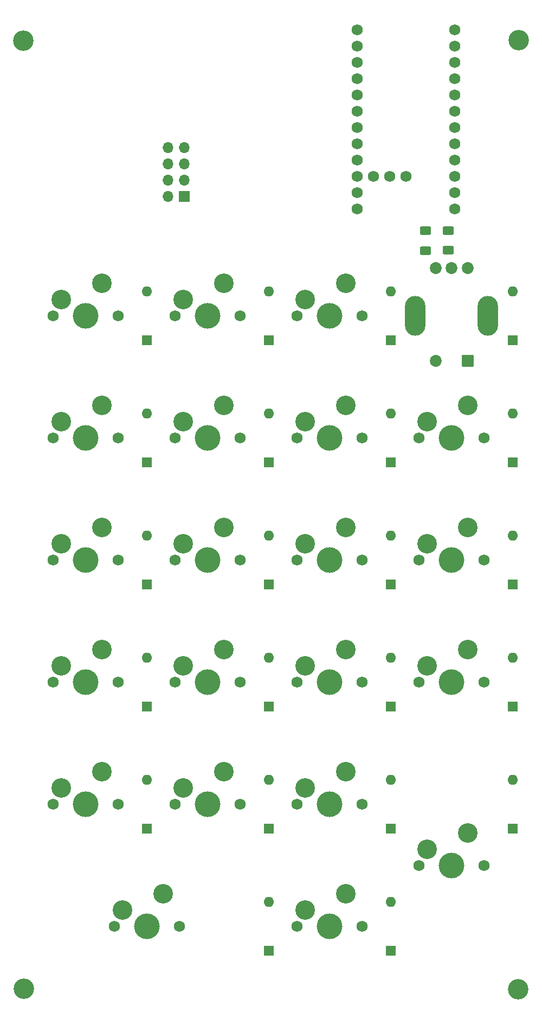
<source format=gbr>
%TF.GenerationSoftware,KiCad,Pcbnew,8.0.6*%
%TF.CreationDate,2024-12-22T21:39:13-05:00*%
%TF.ProjectId,Keypad 2.0,4b657970-6164-4203-922e-302e6b696361,rev?*%
%TF.SameCoordinates,Original*%
%TF.FileFunction,Soldermask,Top*%
%TF.FilePolarity,Negative*%
%FSLAX46Y46*%
G04 Gerber Fmt 4.6, Leading zero omitted, Abs format (unit mm)*
G04 Created by KiCad (PCBNEW 8.0.6) date 2024-12-22 21:39:13*
%MOMM*%
%LPD*%
G01*
G04 APERTURE LIST*
G04 Aperture macros list*
%AMRoundRect*
0 Rectangle with rounded corners*
0 $1 Rounding radius*
0 $2 $3 $4 $5 $6 $7 $8 $9 X,Y pos of 4 corners*
0 Add a 4 corners polygon primitive as box body*
4,1,4,$2,$3,$4,$5,$6,$7,$8,$9,$2,$3,0*
0 Add four circle primitives for the rounded corners*
1,1,$1+$1,$2,$3*
1,1,$1+$1,$4,$5*
1,1,$1+$1,$6,$7*
1,1,$1+$1,$8,$9*
0 Add four rect primitives between the rounded corners*
20,1,$1+$1,$2,$3,$4,$5,0*
20,1,$1+$1,$4,$5,$6,$7,0*
20,1,$1+$1,$6,$7,$8,$9,0*
20,1,$1+$1,$8,$9,$2,$3,0*%
G04 Aperture macros list end*
%ADD10RoundRect,0.250000X0.625000X-0.400000X0.625000X0.400000X-0.625000X0.400000X-0.625000X-0.400000X0*%
%ADD11RoundRect,0.250000X-0.625000X0.400000X-0.625000X-0.400000X0.625000X-0.400000X0.625000X0.400000X0*%
%ADD12C,3.200000*%
%ADD13R,1.600000X1.600000*%
%ADD14O,1.600000X1.600000*%
%ADD15C,1.750000*%
%ADD16C,3.050000*%
%ADD17C,4.000000*%
%ADD18RoundRect,0.102000X0.825000X0.825000X-0.825000X0.825000X-0.825000X-0.825000X0.825000X-0.825000X0*%
%ADD19C,1.854000*%
%ADD20O,3.204000X6.204000*%
%ADD21R,1.700000X1.700000*%
%ADD22O,1.700000X1.700000*%
%ADD23C,1.752600*%
G04 APERTURE END LIST*
D10*
%TO.C,R2*%
X111428000Y-63556000D03*
X111428000Y-60456000D03*
%TD*%
D11*
%TO.C,R1*%
X107872000Y-60508000D03*
X107872000Y-63608000D03*
%TD*%
D12*
%TO.C,H4*%
X45000000Y-30900000D03*
%TD*%
%TO.C,H3*%
X45134000Y-178745000D03*
%TD*%
%TO.C,H2*%
X122350000Y-178872000D03*
%TD*%
%TO.C,H1*%
X122428000Y-30800000D03*
%TD*%
D13*
%TO.C,D6*%
X102393750Y-96678750D03*
D14*
X102393750Y-89058750D03*
%TD*%
D15*
%TO.C,S15*%
X106838750Y-130968750D03*
D16*
X108108750Y-128428750D03*
D17*
X111918750Y-130968750D03*
D16*
X114458750Y-125888750D03*
D15*
X116998750Y-130968750D03*
%TD*%
%TO.C,S9*%
X68738750Y-111918750D03*
D16*
X70008750Y-109378750D03*
D17*
X73818750Y-111918750D03*
D16*
X76358750Y-106838750D03*
D15*
X78898750Y-111918750D03*
%TD*%
D13*
%TO.C,D13*%
X83343750Y-134778750D03*
D14*
X83343750Y-127158750D03*
%TD*%
D13*
%TO.C,D9*%
X83343750Y-115728750D03*
D14*
X83343750Y-108108750D03*
%TD*%
D15*
%TO.C,S14*%
X87788750Y-130968750D03*
D16*
X89058750Y-128428750D03*
D17*
X92868750Y-130968750D03*
D16*
X95408750Y-125888750D03*
D15*
X97948750Y-130968750D03*
%TD*%
D13*
%TO.C,D11*%
X121443750Y-115728750D03*
D14*
X121443750Y-108108750D03*
%TD*%
D15*
%TO.C,S12*%
X49688750Y-130968750D03*
D16*
X50958750Y-128428750D03*
D17*
X54768750Y-130968750D03*
D16*
X57308750Y-125888750D03*
D15*
X59848750Y-130968750D03*
%TD*%
D13*
%TO.C,D21*%
X102393750Y-172878750D03*
D14*
X102393750Y-165258750D03*
%TD*%
D15*
%TO.C,S21*%
X87788750Y-169068750D03*
D16*
X89058750Y-166528750D03*
D17*
X92868750Y-169068750D03*
D16*
X95408750Y-163988750D03*
D15*
X97948750Y-169068750D03*
%TD*%
%TO.C,S7*%
X106838750Y-92868750D03*
D16*
X108108750Y-90328750D03*
D17*
X111918750Y-92868750D03*
D16*
X114458750Y-87788750D03*
D15*
X116998750Y-92868750D03*
%TD*%
D13*
%TO.C,D7*%
X121443750Y-96678750D03*
D14*
X121443750Y-89058750D03*
%TD*%
D13*
%TO.C,D3*%
X102393750Y-77628750D03*
D14*
X102393750Y-70008750D03*
%TD*%
D15*
%TO.C,S1*%
X49688750Y-73818750D03*
D16*
X50958750Y-71278750D03*
D17*
X54768750Y-73818750D03*
D16*
X57308750Y-68738750D03*
D15*
X59848750Y-73818750D03*
%TD*%
%TO.C,S18*%
X87788750Y-150018750D03*
D16*
X89058750Y-147478750D03*
D17*
X92868750Y-150018750D03*
D16*
X95408750Y-144938750D03*
D15*
X97948750Y-150018750D03*
%TD*%
%TO.C,S8*%
X49688750Y-111918750D03*
D16*
X50958750Y-109378750D03*
D17*
X54768750Y-111918750D03*
D16*
X57308750Y-106838750D03*
D15*
X59848750Y-111918750D03*
%TD*%
%TO.C,S11*%
X106838750Y-111918750D03*
D16*
X108108750Y-109378750D03*
D17*
X111918750Y-111918750D03*
D16*
X114458750Y-106838750D03*
D15*
X116998750Y-111918750D03*
%TD*%
%TO.C,S3*%
X87788750Y-73818750D03*
D16*
X89058750Y-71278750D03*
D17*
X92868750Y-73818750D03*
D16*
X95408750Y-68738750D03*
D15*
X97948750Y-73818750D03*
%TD*%
%TO.C,S13*%
X68738750Y-130968750D03*
D16*
X70008750Y-128428750D03*
D17*
X73818750Y-130968750D03*
D16*
X76358750Y-125888750D03*
D15*
X78898750Y-130968750D03*
%TD*%
D18*
%TO.C,SW1*%
X114418750Y-80818750D03*
D19*
X109418750Y-80818750D03*
X114418750Y-66318750D03*
X109418750Y-66318750D03*
X111918750Y-66318750D03*
D20*
X117618750Y-73818750D03*
X106218750Y-73818750D03*
%TD*%
D13*
%TO.C,D22*%
X121443750Y-77628750D03*
D14*
X121443750Y-70008750D03*
%TD*%
D15*
%TO.C,S6*%
X87788750Y-92868750D03*
D16*
X89058750Y-90328750D03*
D17*
X92868750Y-92868750D03*
D16*
X95408750Y-87788750D03*
D15*
X97948750Y-92868750D03*
%TD*%
D13*
%TO.C,D8*%
X64293750Y-115728750D03*
D14*
X64293750Y-108108750D03*
%TD*%
D15*
%TO.C,S17*%
X68738750Y-150018750D03*
D16*
X70008750Y-147478750D03*
D17*
X73818750Y-150018750D03*
D16*
X76358750Y-144938750D03*
D15*
X78898750Y-150018750D03*
%TD*%
D13*
%TO.C,D18*%
X102393750Y-153828750D03*
D14*
X102393750Y-146208750D03*
%TD*%
D13*
%TO.C,D15*%
X121443750Y-134778750D03*
D14*
X121443750Y-127158750D03*
%TD*%
D13*
%TO.C,D2*%
X83343750Y-77628750D03*
D14*
X83343750Y-70008750D03*
%TD*%
D13*
%TO.C,D19*%
X121443750Y-153828750D03*
D14*
X121443750Y-146208750D03*
%TD*%
D13*
%TO.C,D12*%
X64293750Y-134778750D03*
D14*
X64293750Y-127158750D03*
%TD*%
D13*
%TO.C,D16*%
X64293750Y-153828750D03*
D14*
X64293750Y-146208750D03*
%TD*%
D21*
%TO.C,J1*%
X70200000Y-55200000D03*
D22*
X67660000Y-55200000D03*
X70200000Y-52660000D03*
X67660000Y-52660000D03*
X70200000Y-50120000D03*
X67660000Y-50120000D03*
X70200000Y-47580000D03*
X67660000Y-47580000D03*
%TD*%
D13*
%TO.C,D20*%
X83343750Y-172878750D03*
D14*
X83343750Y-165258750D03*
%TD*%
D15*
%TO.C,S20*%
X59213750Y-169068750D03*
D16*
X60483750Y-166528750D03*
D17*
X64293750Y-169068750D03*
D16*
X66833750Y-163988750D03*
D15*
X69373750Y-169068750D03*
%TD*%
D23*
%TO.C,U2*%
X104775000Y-52032500D03*
X102235000Y-52032500D03*
X99695000Y-52032500D03*
X112395000Y-29172500D03*
X112395000Y-31712500D03*
X112395000Y-34252500D03*
X112395000Y-36792500D03*
X112395000Y-39332500D03*
X112395000Y-41872500D03*
X112395000Y-44412500D03*
X112395000Y-46952500D03*
X112395000Y-49492500D03*
X112395000Y-52032500D03*
X112395000Y-54572500D03*
X112395000Y-57112500D03*
X97155000Y-57112500D03*
X97155000Y-54572500D03*
X97155000Y-52032500D03*
X97155000Y-49492500D03*
X97155000Y-46952500D03*
X97155000Y-44412500D03*
X97155000Y-41872500D03*
X97155000Y-39332500D03*
X97155000Y-36792500D03*
X97155000Y-34252500D03*
X97155000Y-31712500D03*
X97155000Y-29172500D03*
%TD*%
D13*
%TO.C,D4*%
X64293750Y-96678750D03*
D14*
X64293750Y-89058750D03*
%TD*%
D15*
%TO.C,S10*%
X87788750Y-111918750D03*
D16*
X89058750Y-109378750D03*
D17*
X92868750Y-111918750D03*
D16*
X95408750Y-106838750D03*
D15*
X97948750Y-111918750D03*
%TD*%
D13*
%TO.C,D10*%
X102393750Y-115728750D03*
D14*
X102393750Y-108108750D03*
%TD*%
D15*
%TO.C,S4*%
X49688750Y-92868750D03*
D16*
X50958750Y-90328750D03*
D17*
X54768750Y-92868750D03*
D16*
X57308750Y-87788750D03*
D15*
X59848750Y-92868750D03*
%TD*%
%TO.C,S5*%
X68738750Y-92868750D03*
D16*
X70008750Y-90328750D03*
D17*
X73818750Y-92868750D03*
D16*
X76358750Y-87788750D03*
D15*
X78898750Y-92868750D03*
%TD*%
%TO.C,S2*%
X68738750Y-73818750D03*
D16*
X70008750Y-71278750D03*
D17*
X73818750Y-73818750D03*
D16*
X76358750Y-68738750D03*
D15*
X78898750Y-73818750D03*
%TD*%
%TO.C,S19*%
X106838750Y-159543750D03*
D16*
X108108750Y-157003750D03*
D17*
X111918750Y-159543750D03*
D16*
X114458750Y-154463750D03*
D15*
X116998750Y-159543750D03*
%TD*%
%TO.C,S16*%
X49688750Y-150018750D03*
D16*
X50958750Y-147478750D03*
D17*
X54768750Y-150018750D03*
D16*
X57308750Y-144938750D03*
D15*
X59848750Y-150018750D03*
%TD*%
D13*
%TO.C,D17*%
X83343750Y-153828750D03*
D14*
X83343750Y-146208750D03*
%TD*%
D13*
%TO.C,D5*%
X83343750Y-96678750D03*
D14*
X83343750Y-89058750D03*
%TD*%
D13*
%TO.C,D14*%
X102393750Y-134778750D03*
D14*
X102393750Y-127158750D03*
%TD*%
D13*
%TO.C,D1*%
X64293750Y-77628750D03*
D14*
X64293750Y-70008750D03*
%TD*%
M02*

</source>
